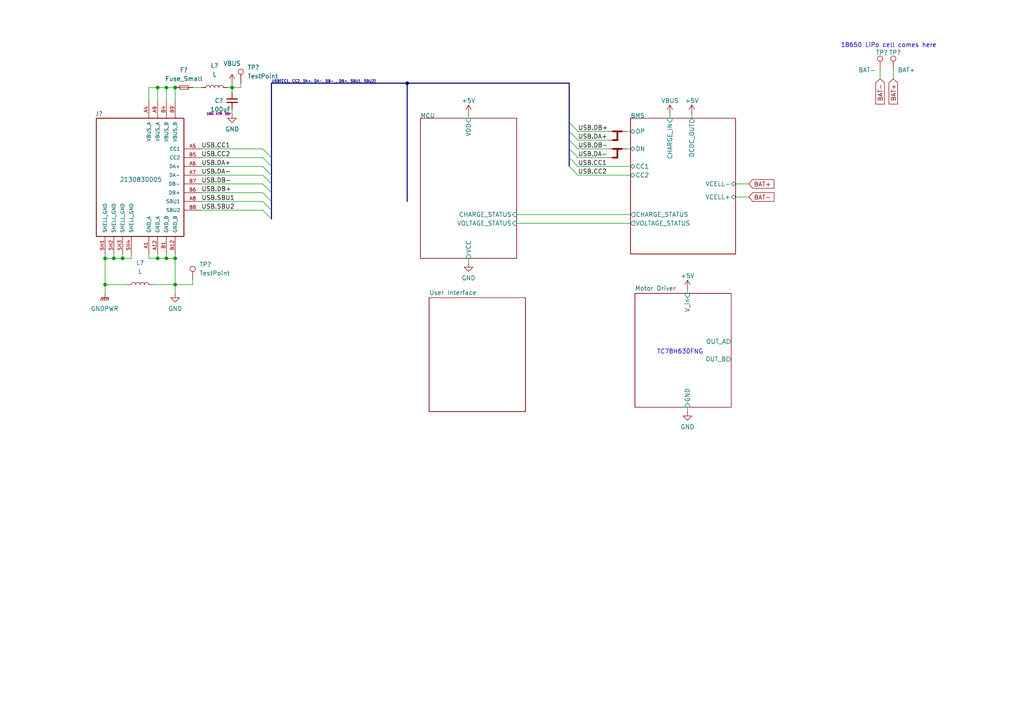
<source format=kicad_sch>
(kicad_sch (version 20211123) (generator eeschema)
  (paper "A4")
  (lib_symbols
    (symbol "818_USB:2130830005" (pin_names (offset 1.016))
      (property "Reference" "J" (at -12.7 17.78 0))
      (property "Value" "2130830005" (at -6.35 -1.27 0))
      (symbol "2130830005_0_0"
        (rectangle (start -12.7 17.78) (end 12.7 -16.51) (stroke (width 0.254)))
        (pin power_in line (at 2.54 -21.59 90) (length 5.08) (name "GND_A") (number "A1"))
        (pin power_in line (at 5.08 -21.59 90) (length 5.08) (name "GND_A") (number "A12"))
        (pin power_in line (at 2.54 22.86 270) (length 5.08) (name "VBUS_A") (number "A4"))
        (pin bidirectional line (at 17.78 8.89 180) (length 5.08) (name "CC1") (number "A5"))
        (pin bidirectional line (at 17.78 3.81 180) (length 5.08) (name "DA+") (number "A6"))
        (pin bidirectional line (at 17.78 1.27 180) (length 5.08) (name "DA-") (number "A7"))
        (pin bidirectional line (at 17.78 -6.35 180) (length 5.08) (name "SBU1") (number "A8"))
        (pin power_in line (at 5.08 22.86 270) (length 5.08) (name "VBUS_A") (number "A9"))
        (pin power_in line (at 7.62 -21.59 90) (length 5.08) (name "GND_B") (number "B1"))
        (pin power_in line (at 10.16 -21.59 90) (length 5.08) (name "GND_B") (number "B12"))
        (pin power_in line (at 7.62 22.86 270) (length 5.08) (name "VBUS_B") (number "B4"))
        (pin bidirectional line (at 17.78 6.35 180) (length 5.08) (name "CC2") (number "B5"))
        (pin bidirectional line (at 17.78 -3.81 180) (length 5.08) (name "DB+") (number "B6"))
        (pin bidirectional line (at 17.78 -1.27 180) (length 5.08) (name "DB-") (number "B7"))
        (pin bidirectional line (at 17.78 -8.89 180) (length 5.08) (name "SBU2") (number "B8"))
        (pin power_in line (at 10.16 22.86 270) (length 5.08) (name "VBUS_B") (number "B9"))
        (pin power_in line (at -10.16 -21.59 90) (length 5.08) (name "SHELL_GND") (number "SH1"))
        (pin power_in line (at -7.62 -21.59 90) (length 5.08) (name "SHELL_GND") (number "SH2"))
        (pin power_in line (at -5.08 -21.59 90) (length 5.08) (name "SHELL_GND") (number "SH3"))
        (pin power_in line (at -2.54 -21.59 90) (length 5.08) (name "SHELL_GND") (number "SH4"))
      )
    )
    (symbol "Connector:TestPoint" (pin_numbers hide) (pin_names (offset 0.762) hide)
      (property "Reference" "TP" (at 0 6.858 0))
      (property "Value" "TestPoint" (at 0 5.08 0))
      (symbol "TestPoint_0_1"
        (circle (center 0 3.302) (radius 0.762))
      )
      (symbol "TestPoint_1_1"
        (pin passive line (at 0 0 90) (length 2.54) (name "1") (number "1"))
      )
    )
    (symbol "Device:C_Small" (pin_numbers hide) (pin_names (offset 0.254) hide)
      (property "Reference" "C" (at 0.254 1.778 0))
      (property "Value" "C_Small" (at 0.254 -2.032 0))
      (symbol "C_Small_0_1"
        (polyline (pts (xy -1.524 -0.508) (xy 1.524 -0.508)) (stroke (width 0.3302)))
        (polyline (pts (xy -1.524 0.508) (xy 1.524 0.508)) (stroke (width 0.3048)))
      )
      (symbol "C_Small_1_1"
        (pin passive line (at 0 2.54 270) (length 2.032) (name "~") (number "1"))
        (pin passive line (at 0 -2.54 90) (length 2.032) (name "~") (number "2"))
      )
    )
    (symbol "Device:Fuse_Small" (pin_numbers hide) (pin_names (offset 0.254) hide)
      (property "Reference" "F" (at 0 -1.524 0))
      (property "Value" "Fuse_Small" (at 0 1.524 0))
      (symbol "Fuse_Small_0_1"
        (rectangle (start -1.27 0.508) (end 1.27 -0.508))
        (polyline (pts (xy -1.27 0) (xy 1.27 0)))
      )
      (symbol "Fuse_Small_1_1"
        (pin passive line (at -2.54 0 0) (length 1.27) (name "~") (number "1"))
        (pin passive line (at 2.54 0 180) (length 1.27) (name "~") (number "2"))
      )
    )
    (symbol "Device:L" (pin_numbers hide) (pin_names (offset 1.016) hide)
      (property "Reference" "L" (at -1.27 0 90))
      (property "Value" "L" (at 1.905 0 90))
      (symbol "L_0_1"
        (arc (start 0 -2.54) (mid 0.635 -1.905) (end 0 -1.27))
        (arc (start 0 -1.27) (mid 0.635 -0.635) (end 0 0))
        (arc (start 0 0) (mid 0.635 0.635) (end 0 1.27))
        (arc (start 0 1.27) (mid 0.635 1.905) (end 0 2.54))
      )
      (symbol "L_1_1"
        (pin passive line (at 0 3.81 270) (length 1.27) (name "1") (number "1"))
        (pin passive line (at 0 -3.81 90) (length 1.27) (name "2") (number "2"))
      )
    )
    (symbol "Device:NetTie_3" (pin_numbers hide) (pin_names (offset 0) hide)
      (property "Reference" "NT" (at 0 1.27 0))
      (property "Value" "NetTie_3" (at 0 -3.81 0))
      (symbol "NetTie_3_0_1"
        (polyline (pts (xy -1.27 0) (xy 1.27 0)) (stroke (width 0.508)))
        (polyline (pts (xy 0 0) (xy 0 -2.54) (xy -1.27 -2.54)) (stroke (width 0.508)))
      )
      (symbol "NetTie_3_1_1"
        (pin passive line (at -2.54 0 0) (length 2.54) (name "1") (number "1"))
        (pin passive line (at 2.54 0 180) (length 2.54) (name "2") (number "2"))
        (pin passive line (at -2.54 -2.54 0) (length 2.54) (name "3") (number "3"))
      )
    )
    (symbol "power:+5V" (power) (pin_names (offset 0))
      (property "Value" "+5V" (at 0 3.556 0))
      (symbol "+5V_0_1"
        (polyline (pts (xy -0.762 1.27) (xy 0 2.54)))
        (polyline (pts (xy 0 0) (xy 0 2.54)))
        (polyline (pts (xy 0 2.54) (xy 0.762 1.27)))
      )
      (symbol "+5V_1_1"
        (pin power_in line (at 0 0 90) (length 0) hide (name "+5V") (number "1"))
      )
    )
    (symbol "power:GND" (power) (pin_names (offset 0))
      (property "Value" "GND" (at 0 -3.81 0))
      (symbol "GND_0_1"
        (polyline (pts (xy 0 0) (xy 0 -1.27) (xy 1.27 -1.27) (xy 0 -2.54) (xy -1.27 -1.27) (xy 0 -1.27)))
      )
      (symbol "GND_1_1"
        (pin power_in line (at 0 0 270) (length 0) hide (name "GND") (number "1"))
      )
    )
    (symbol "power:GNDPWR" (power) (pin_names (offset 0))
      (property "Value" "GNDPWR" (at 0 -3.302 0))
      (symbol "GNDPWR_0_1"
        (polyline (pts (xy 0 -1.27) (xy 0 0)))
        (polyline (pts (xy -1.016 -1.27) (xy -1.27 -2.032) (xy -1.27 -2.032)) (stroke (width 0.2032)))
        (polyline (pts (xy -0.508 -1.27) (xy -0.762 -2.032) (xy -0.762 -2.032)) (stroke (width 0.2032)))
        (polyline (pts (xy 0 -1.27) (xy -0.254 -2.032) (xy -0.254 -2.032)) (stroke (width 0.2032)))
        (polyline (pts (xy 0.508 -1.27) (xy 0.254 -2.032) (xy 0.254 -2.032)) (stroke (width 0.2032)))
        (polyline (pts (xy 1.016 -1.27) (xy -1.016 -1.27) (xy -1.016 -1.27)) (stroke (width 0.2032)))
        (polyline (pts (xy 1.016 -1.27) (xy 0.762 -2.032) (xy 0.762 -2.032) (xy 0.762 -2.032)) (stroke (width 0.2032)))
      )
      (symbol "GNDPWR_1_1"
        (pin power_in line (at 0 0 270) (length 0) hide (name "GNDPWR") (number "1"))
      )
    )
    (symbol "power:VBUS" (power) (pin_names (offset 0))
      (property "Value" "VBUS" (at 0 3.81 0))
      (symbol "VBUS_0_1"
        (polyline (pts (xy -0.762 1.27) (xy 0 2.54)))
        (polyline (pts (xy 0 0) (xy 0 2.54)))
        (polyline (pts (xy 0 2.54) (xy 0.762 1.27)))
      )
      (symbol "VBUS_1_1"
        (pin power_in line (at 0 0 90) (length 0) hide (name "VBUS") (number "1"))
      )
    )
  )
  (bus_alias "USB" (members "CC1"))
  (junction (at 48.26 25.4))
  (junction (at 118.11 24.13))
  (junction (at 50.8 82.55))
  (junction (at 50.8 74.93))
  (junction (at 67.31 25.4))
  (junction (at 45.72 74.93))
  (junction (at 45.72 25.4))
  (junction (at 33.02 74.93))
  (junction (at 48.26 74.93))
  (junction (at 30.48 74.93))
  (junction (at 35.56 74.93))
  (junction (at 50.8 25.4))
  (junction (at 30.48 82.55))
  (bus_entry (at 165.1 35.56) (size 2.54 2.54))
  (bus_entry (at 165.1 43.18) (size 2.54 2.54))
  (bus_entry (at 78.74 48.26) (size -2.54 -2.54))
  (bus_entry (at 78.74 53.34) (size -2.54 -2.54))
  (bus_entry (at 78.74 58.42) (size -2.54 -2.54))
  (bus_entry (at 165.1 45.72) (size 2.54 2.54))
  (bus_entry (at 78.74 45.72) (size -2.54 -2.54))
  (bus_entry (at 165.1 48.26) (size 2.54 2.54))
  (bus_entry (at 165.1 38.1) (size 2.54 2.54))
  (bus_entry (at 78.74 60.96) (size -2.54 -2.54))
  (bus_entry (at 165.1 40.64) (size 2.54 2.54))
  (bus_entry (at 78.74 50.8) (size -2.54 -2.54))
  (bus_entry (at 78.74 55.88) (size -2.54 -2.54))
  (bus_entry (at 78.74 63.5) (size -2.54 -2.54))
  (wire (pts (xy 45.72 25.4) (xy 48.26 25.4)))
  (wire (pts (xy 58.42 48.26) (xy 76.2 48.26)))
  (wire (pts (xy 181.61 38.1) (xy 182.88 38.1)))
  (wire (pts (xy 43.18 29.21) (xy 43.18 25.4)))
  (wire (pts (xy 67.31 31.75) (xy 67.31 33.02)))
  (wire (pts (xy 58.42 55.88) (xy 76.2 55.88)))
  (wire (pts (xy 259.08 20.32) (xy 259.08 22.86)))
  (bus (pts (xy 78.74 53.34) (xy 78.74 55.88)))
  (wire (pts (xy 44.45 82.55) (xy 50.8 82.55)))
  (wire (pts (xy 35.56 74.93) (xy 38.1 74.93)))
  (wire (pts (xy 33.02 73.66) (xy 33.02 74.93)))
  (wire (pts (xy 69.85 24.13) (xy 69.85 25.4)))
  (wire (pts (xy 48.26 25.4) (xy 48.26 29.21)))
  (wire (pts (xy 55.88 25.4) (xy 58.42 25.4)))
  (wire (pts (xy 58.42 53.34) (xy 76.2 53.34)))
  (wire (pts (xy 58.42 58.42) (xy 76.2 58.42)))
  (wire (pts (xy 48.26 74.93) (xy 50.8 74.93)))
  (wire (pts (xy 200.66 33.02) (xy 200.66 34.29)))
  (bus (pts (xy 165.1 45.72) (xy 165.1 48.26)))
  (bus (pts (xy 165.1 35.56) (xy 165.1 38.1)))
  (bus (pts (xy 165.1 38.1) (xy 165.1 40.64)))
  (bus (pts (xy 78.74 58.42) (xy 78.74 60.96)))
  (wire (pts (xy 149.86 64.77) (xy 182.88 64.77)))
  (wire (pts (xy 167.64 48.26) (xy 182.88 48.26)))
  (wire (pts (xy 199.39 83.82) (xy 199.39 85.09)))
  (wire (pts (xy 213.36 53.34) (xy 217.17 53.34)))
  (wire (pts (xy 67.31 25.4) (xy 67.31 26.67)))
  (wire (pts (xy 50.8 74.93) (xy 50.8 73.66)))
  (wire (pts (xy 35.56 73.66) (xy 35.56 74.93)))
  (wire (pts (xy 67.31 24.13) (xy 67.31 25.4)))
  (wire (pts (xy 66.04 25.4) (xy 67.31 25.4)))
  (wire (pts (xy 167.64 38.1) (xy 176.53 38.1)))
  (bus (pts (xy 165.1 43.18) (xy 165.1 45.72)))
  (bus (pts (xy 78.74 55.88) (xy 78.74 58.42)))
  (wire (pts (xy 58.42 50.8) (xy 76.2 50.8)))
  (bus (pts (xy 165.1 24.13) (xy 165.1 35.56)))
  (wire (pts (xy 58.42 45.72) (xy 76.2 45.72)))
  (bus (pts (xy 78.74 45.72) (xy 78.74 48.26)))
  (wire (pts (xy 48.26 25.4) (xy 50.8 25.4)))
  (wire (pts (xy 48.26 73.66) (xy 48.26 74.93)))
  (wire (pts (xy 30.48 74.93) (xy 30.48 82.55)))
  (wire (pts (xy 45.72 74.93) (xy 48.26 74.93)))
  (wire (pts (xy 135.89 74.93) (xy 135.89 76.2)))
  (wire (pts (xy 149.86 62.23) (xy 182.88 62.23)))
  (wire (pts (xy 30.48 82.55) (xy 30.48 85.09)))
  (wire (pts (xy 45.72 25.4) (xy 45.72 29.21)))
  (wire (pts (xy 33.02 74.93) (xy 35.56 74.93)))
  (wire (pts (xy 30.48 73.66) (xy 30.48 74.93)))
  (wire (pts (xy 67.31 25.4) (xy 69.85 25.4)))
  (wire (pts (xy 167.64 40.64) (xy 176.53 40.64)))
  (bus (pts (xy 78.74 48.26) (xy 78.74 50.8)))
  (wire (pts (xy 43.18 74.93) (xy 45.72 74.93)))
  (wire (pts (xy 50.8 74.93) (xy 50.8 82.55)))
  (wire (pts (xy 167.64 45.72) (xy 176.53 45.72)))
  (wire (pts (xy 38.1 74.93) (xy 38.1 73.66)))
  (wire (pts (xy 167.64 50.8) (xy 182.88 50.8)))
  (wire (pts (xy 255.27 20.32) (xy 255.27 22.86)))
  (wire (pts (xy 43.18 25.4) (xy 45.72 25.4)))
  (bus (pts (xy 78.74 24.13) (xy 78.74 45.72)))
  (bus (pts (xy 78.74 50.8) (xy 78.74 53.34)))
  (bus (pts (xy 118.11 24.13) (xy 165.1 24.13)))
  (wire (pts (xy 199.39 118.11) (xy 199.39 119.38)))
  (bus (pts (xy 78.74 24.13) (xy 118.11 24.13)))
  (bus (pts (xy 165.1 40.64) (xy 165.1 43.18)))
  (wire (pts (xy 58.42 43.18) (xy 76.2 43.18)))
  (wire (pts (xy 135.89 33.02) (xy 135.89 34.29)))
  (wire (pts (xy 167.64 43.18) (xy 176.53 43.18)))
  (wire (pts (xy 50.8 25.4) (xy 50.8 29.21)))
  (wire (pts (xy 194.31 33.02) (xy 194.31 34.29)))
  (wire (pts (xy 181.61 43.18) (xy 182.88 43.18)))
  (wire (pts (xy 213.36 57.15) (xy 217.17 57.15)))
  (wire (pts (xy 30.48 74.93) (xy 33.02 74.93)))
  (wire (pts (xy 45.72 73.66) (xy 45.72 74.93)))
  (wire (pts (xy 50.8 82.55) (xy 55.88 82.55)))
  (wire (pts (xy 30.48 82.55) (xy 36.83 82.55)))
  (wire (pts (xy 50.8 82.55) (xy 50.8 85.09)))
  (wire (pts (xy 58.42 60.96) (xy 76.2 60.96)))
  (bus (pts (xy 78.74 60.96) (xy 78.74 63.5)))
  (wire (pts (xy 43.18 73.66) (xy 43.18 74.93)))
  (wire (pts (xy 55.88 81.28) (xy 55.88 82.55)))
  (bus (pts (xy 118.11 24.13) (xy 118.11 58.42)))
  (text "TC78H630FNG\n" (at 190.5 102.87 0) (effects (font (size 1.27 1.27)) (justify left bottom)))
  (text "18650 LiPo cell comes here" (at 243.84 13.97 0) (effects (font (size 1.27 1.27)) (justify left bottom)))
  (label "USB.DB+" (at 167.64 38.1 0))
  (label "USB.DB-" (at 58.42 53.34 0))
  (label "USB{CC1, CC2, DA+, DA-, DB- , DB+, SBU1, SBU2}" (at 78.74 24.13 0) (effects (font (size 0.75 0.75))))
  (label "USB.DA+" (at 167.64 40.64 0))
  (label "USB.CC2" (at 167.64 50.8 0))
  (label "USB.SBU2" (at 58.42 60.96 0))
  (label "USB.CC1" (at 58.42 43.18 0))
  (label "USB.CC1" (at 167.64 48.26 0))
  (label "USB.DA-" (at 58.42 50.8 0))
  (label "USB.DB+" (at 58.42 55.88 0))
  (label "USB.CC2" (at 58.42 45.72 0))
  (label "USB.DA-" (at 167.64 45.72 0))
  (label "USB.DA+" (at 58.42 48.26 0))
  (label "USB.SBU1" (at 58.42 58.42 0))
  (label "USB.DB-" (at 167.64 43.18 0))
  (global_label "BAT+" (shape input) (at 259.08 22.86 270) (property "Intersheet References" "${INTERSHEET_REFS}" (effects hide)))
  (global_label "BAT-" (shape input) (at 217.17 57.15 0) (property "Intersheet References" "${INTERSHEET_REFS}" (effects hide)))
  (global_label "BAT-" (shape input) (at 255.27 22.86 270) (property "Intersheet References" "${INTERSHEET_REFS}" (effects hide)))
  (global_label "BAT+" (shape input) (at 217.17 53.34 0) (property "Intersheet References" "${INTERSHEET_REFS}" (effects hide)))
  (symbol (lib_id "Device:NetTie_3") (at 179.07 43.18 0) (unit 1)
    (property "Reference" "NT?" (effects hide))
    (property "Value" "NetTie_3" (effects hide))
  )
  (symbol (lib_id "power:VBUS") (at 194.31 33.02 0) (unit 1)
    (property "Reference" "#PWR?" (effects hide))
    (property "Value" "VBUS" (at 194.31 29.21 0))
  )
  (symbol (lib_id "Connector:TestPoint") (at 259.08 20.32 0) (unit 1)
    (property "Reference" "TP?" (at 257.81 15.24 0) (effects (justify left)))
    (property "Value" "BAT+" (at 260.35 20.32 0) (effects (justify left)))
    (property "Footprint" "TestPoint:TestPoint_Keystone_5019_Minature" (effects hide))
  )
  (symbol (lib_id "power:GNDPWR") (at 30.48 85.09 0) (unit 1)
    (property "Reference" "#PWR0101" (effects hide))
    (property "Value" "GNDPWR" (at 30.353 89.535 0))
  )
  (symbol (lib_id "power:GND") (at 199.39 119.38 0) (unit 1)
    (property "Reference" "#PWR?" (effects hide))
    (property "Value" "GND" (at 199.39 123.825 0))
  )
  (symbol (lib_id "power:VBUS") (at 67.31 24.13 0) (unit 1)
    (property "Reference" "#PWR0103" (effects hide))
    (property "Value" "VBUS" (at 67.31 18.415 0))
  )
  (symbol (lib_id "818_USB:2130830005") (at 40.64 52.07 0) (unit 1)
    (property "Reference" "J?" (at 29.845 33.02 0) (effects (justify right)))
    (property "Value" "2130830005" (at 46.99 52.07 0) (effects (justify right)))
    (property "Footprint" "818_USB:MOLEX_2130830005" (effects hide))
    (property "PARTREV" "A" (effects hide))
    (property "STANDARD" "Manufacturer recommendations" (effects hide))
    (property "MANUFACTURER" "Molex" (effects hide))
    (property "MAXIMUM_PACKAGE_HEIGHT" "3.36mm" (effects hide))
  )
  (symbol (lib_id "Device:Fuse_Small") (at 53.34 25.4 0) (unit 1)
    (property "Reference" "F?" (at 53.34 20.32 0))
    (property "Value" "Fuse_Small" (at 53.34 22.86 0))
  )
  (symbol (lib_id "power:+5V") (at 135.89 33.02 0) (unit 1)
    (property "Reference" "#PWR?" (effects hide))
    (property "Value" "+5V" (at 135.89 29.21 0))
  )
  (symbol (lib_id "Connector:TestPoint") (at 69.85 24.13 0) (unit 1)
    (property "Reference" "TP?" (at 71.755 19.5579 0) (effects (justify left)))
    (property "Value" "TestPoint" (at 71.755 22.0979 0) (effects (justify left)))
    (property "Footprint" "TestPoint:TestPoint_Keystone_5019_Minature" (effects hide))
  )
  (symbol (lib_id "Connector:TestPoint") (at 255.27 20.32 0) (unit 1)
    (property "Reference" "TP?" (at 254 15.24 0) (effects (justify left)))
    (property "Value" "BAT-" (at 248.92 20.32 0) (effects (justify left)))
    (property "Footprint" "TestPoint:TestPoint_Keystone_5019_Minature" (effects hide))
  )
  (symbol (lib_id "Device:L") (at 40.64 82.55 90) (unit 1)
    (property "Reference" "L?" (at 40.64 76.2 90))
    (property "Value" "L" (at 40.64 78.74 90))
    (property "Footprint" "Inductor_SMD:L_0603_1608Metric_Pad1.05x0.95mm_HandSolder" (effects hide))
  )
  (symbol (lib_id "Connector:TestPoint") (at 55.88 81.28 0) (unit 1)
    (property "Reference" "TP?" (at 57.785 76.7079 0) (effects (justify left)))
    (property "Value" "TestPoint" (at 57.785 79.2479 0) (effects (justify left)))
    (property "Footprint" "TestPoint:TestPoint_Keystone_5019_Minature" (effects hide))
  )
  (symbol (lib_id "power:+5V") (at 199.39 83.82 0) (unit 1)
    (property "Reference" "#PWR?" (effects hide))
    (property "Value" "+5V" (at 199.39 80.01 0))
  )
  (symbol (lib_id "power:GND") (at 135.89 76.2 0) (unit 1)
    (property "Reference" "#PWR?" (effects hide))
    (property "Value" "GND" (at 135.89 80.645 0))
  )
  (symbol (lib_id "power:GND") (at 67.31 33.02 0) (unit 1)
    (property "Reference" "#PWR0104" (effects hide))
    (property "Value" "GND" (at 67.31 37.465 0))
  )
  (symbol (lib_id "power:GND") (at 50.8 85.09 0) (unit 1)
    (property "Reference" "#PWR0102" (effects hide))
    (property "Value" "GND" (at 50.8 89.535 0))
  )
  (symbol (lib_id "Device:L") (at 62.23 25.4 90) (unit 1)
    (property "Reference" "L?" (at 62.23 19.05 90))
    (property "Value" "L" (at 62.23 21.59 90))
    (property "Footprint" "Inductor_SMD:L_0603_1608Metric_Pad1.05x0.95mm_HandSolder" (effects hide))
  )
  (symbol (lib_id "Device:NetTie_3") (at 179.07 38.1 0) (unit 1)
    (property "Reference" "NT?" (effects hide))
    (property "Value" "NetTie_3" (effects hide))
  )
  (symbol (lib_id "power:+5V") (at 200.66 33.02 0) (unit 1)
    (property "Reference" "#PWR?" (effects hide))
    (property "Value" "+5V" (at 200.66 29.21 0))
  )
  (symbol (lib_id "Device:C_Small") (at 67.31 29.21 0) (unit 1)
    (property "Reference" "C?" (at 62.23 29.21 0) (effects (justify left)))
    (property "Value" "100uF" (at 60.96 31.75 0) (effects (justify left)))
    (property "Tolerance" "10%" (at 60.96 33.02 0) (effects (font (size 0.635 0.635))))
    (property "Type" "X7R" (at 63.5 33.02 0) (effects (font (size 0.635 0.635))))
    (property "Voltage Rating" "35V" (at 66.04 33.02 0) (effects (font (size 0.635 0.635))))
  )
  (sheet (at 184.15 85.09) (size 27.94 33.02) (stroke (width 0.1524))
    (property "Sheet name" "Motor Driver" (at 184.15 84.3784 0) (effects (justify left bottom)))
    (property "Sheet file" "motor_driver.kicad_sch" (effects hide))
    (pin "OUT_B" output (at 212.09 104.14 0))
    (pin "OUT_A" output (at 212.09 99.06 0))
    (pin "V_in" input (at 199.39 85.09 90))
    (pin "GND" input (at 199.39 118.11 270))
  )
  (sheet (at 182.88 34.29) (size 30.48 39.37) (stroke (width 0.1524))
    (property "Sheet name" "BMS" (at 182.88 34.29 0) (effects (justify left bottom)))
    (property "Sheet file" "battery_management.kicad_sch" (effects hide))
    (pin "VCELL-" bidirectional (at 213.36 53.34 0))
    (pin "VCELL+" bidirectional (at 213.36 57.15 0))
    (pin "VOLTAGE_STATUS" output (at 182.88 64.77 180))
    (pin "CHARGE_STATUS" output (at 182.88 62.23 180))
    (pin "DN" bidirectional (at 182.88 43.18 180))
    (pin "CC2" bidirectional (at 182.88 50.8 180))
    (pin "CC1" bidirectional (at 182.88 48.26 180))
    (pin "DP" bidirectional (at 182.88 38.1 180))
    (pin "CHARGE_IN" input (at 194.31 34.29 90))
    (pin "DCDC_OUT" output (at 200.66 34.29 90))
  )
  (sheet (at 121.92 34.29) (size 27.94 40.64) (stroke (width 0.1524))
    (property "Sheet name" "MCU" (at 121.92 34.29 0) (effects (justify left bottom)))
    (property "Sheet file" "mcu.kicad_sch" (effects hide))
    (pin "CHARGE_STATUS" input (at 149.86 62.23 0))
    (pin "VOLTAGE_STATUS" input (at 149.86 64.77 0))
    (pin "VCC" input (at 135.89 74.93 270))
    (pin "VDD" input (at 135.89 34.29 90))
  )
  (sheet (at 124.46 86.36) (size 27.94 33.02) (stroke (width 0.1524))
    (property "Sheet name" "User Interface" (at 124.46 85.6484 0) (effects (justify left bottom)))
    (property "Sheet file" "user_interface.kicad_sch" (effects hide))
  )
)
</source>
